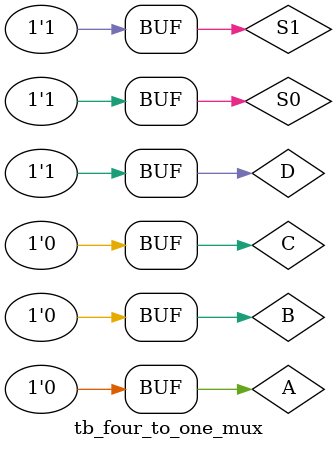
<source format=v>
`timescale 1ns / 1ps


module tb_four_to_one_mux();
reg A,B,C,D,S0,S1;
wire Y;
four_to_one_mux m1(
   .a(A), 
   .b(B),
   .c(C), 
   .d(D), 
   .s0(S0),
   .s1(S1),
   .y(Y)
);
initial 
 begin
         S1=1'b0; S0=1'b0; A=1'b1; B=1'b0; C=1'b0; D=1'b0;
   #10;  S1=1'b0; S0=1'b1; A=1'b0; B=1'b1; C=1'b0; D=1'b0;
   #10;  S1=1'b1; S0=1'b0; A=1'b0; B=1'b0; C=1'b1; D=1'b0;
   #10;  S1=1'b1; S0=1'b1; A=1'b0; B=1'b0; C=1'b0; D=1'b1;
   
end
endmodule

</source>
